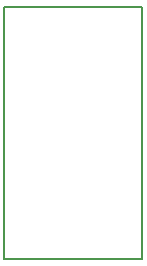
<source format=gm1>
G04 #@! TF.FileFunction,Profile,NP*
%FSLAX46Y46*%
G04 Gerber Fmt 4.6, Leading zero omitted, Abs format (unit mm)*
G04 Created by KiCad (PCBNEW 4.0.4+e1-6308~48~ubuntu16.04.1-stable) date Thu Nov  3 23:13:48 2016*
%MOMM*%
%LPD*%
G01*
G04 APERTURE LIST*
%ADD10C,0.100000*%
%ADD11C,0.150000*%
G04 APERTURE END LIST*
D10*
D11*
X231648000Y-82296000D02*
X243332000Y-82296000D01*
X231648000Y-103632000D02*
X231648000Y-82296000D01*
X243332000Y-103632000D02*
X231648000Y-103632000D01*
X243332000Y-82296000D02*
X243332000Y-103632000D01*
M02*

</source>
